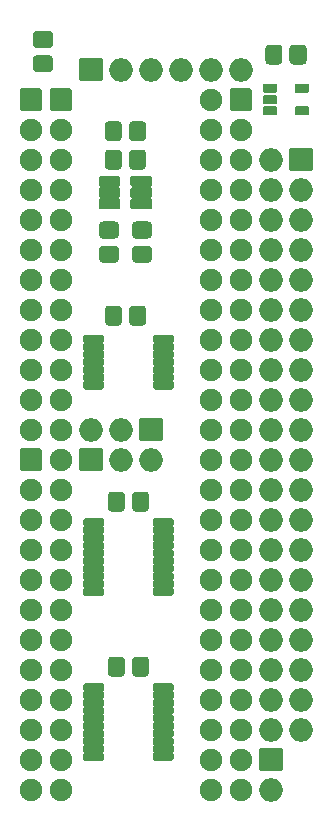
<source format=gbr>
G04 #@! TF.GenerationSoftware,KiCad,Pcbnew,(5.1.9)-1*
G04 #@! TF.CreationDate,2021-03-21T08:29:29+00:00*
G04 #@! TF.ProjectId,RGBtoHDMI Amiga Denise - v2++ by solarmon,52474274-6f48-4444-9d49-20416d696761,v2++*
G04 #@! TF.SameCoordinates,Original*
G04 #@! TF.FileFunction,Soldermask,Top*
G04 #@! TF.FilePolarity,Negative*
%FSLAX46Y46*%
G04 Gerber Fmt 4.6, Leading zero omitted, Abs format (unit mm)*
G04 Created by KiCad (PCBNEW (5.1.9)-1) date 2021-03-21 08:29:29*
%MOMM*%
%LPD*%
G01*
G04 APERTURE LIST*
%ADD10O,1.900000X1.900000*%
%ADD11O,2.000000X2.000000*%
G04 APERTURE END LIST*
D10*
X134620000Y-119380000D03*
X134620000Y-116840000D03*
X134620000Y-114300000D03*
X134620000Y-111760000D03*
X134620000Y-109220000D03*
X134620000Y-106680000D03*
X134620000Y-104140000D03*
X134620000Y-101600000D03*
X134620000Y-99060000D03*
X134620000Y-96520000D03*
X134620000Y-93980000D03*
X134620000Y-91440000D03*
X134620000Y-88900000D03*
X134620000Y-86360000D03*
X134620000Y-83820000D03*
X134620000Y-81280000D03*
X134620000Y-78740000D03*
X134620000Y-76200000D03*
X134620000Y-73660000D03*
X134620000Y-71120000D03*
X134620000Y-68580000D03*
X134620000Y-66040000D03*
X134620000Y-63500000D03*
G36*
G01*
X135570000Y-60160000D02*
X135570000Y-61760000D01*
G75*
G02*
X135420000Y-61910000I-150000J0D01*
G01*
X133820000Y-61910000D01*
G75*
G02*
X133670000Y-61760000I0J150000D01*
G01*
X133670000Y-60160000D01*
G75*
G02*
X133820000Y-60010000I150000J0D01*
G01*
X135420000Y-60010000D01*
G75*
G02*
X135570000Y-60160000I0J-150000D01*
G01*
G37*
X119380000Y-119380000D03*
X119380000Y-116840000D03*
X119380000Y-114300000D03*
X119380000Y-111760000D03*
X119380000Y-109220000D03*
X119380000Y-106680000D03*
X119380000Y-104140000D03*
X119380000Y-101600000D03*
X119380000Y-99060000D03*
X119380000Y-96520000D03*
X119380000Y-93980000D03*
X119380000Y-91440000D03*
X119380000Y-88900000D03*
X119380000Y-86360000D03*
X119380000Y-83820000D03*
X119380000Y-81280000D03*
X119380000Y-78740000D03*
X119380000Y-76200000D03*
X119380000Y-73660000D03*
X119380000Y-71120000D03*
X119380000Y-68580000D03*
X119380000Y-66040000D03*
X119380000Y-63500000D03*
G36*
G01*
X120330000Y-60160000D02*
X120330000Y-61760000D01*
G75*
G02*
X120180000Y-61910000I-150000J0D01*
G01*
X118580000Y-61910000D01*
G75*
G02*
X118430000Y-61760000I0J150000D01*
G01*
X118430000Y-60160000D01*
G75*
G02*
X118580000Y-60010000I150000J0D01*
G01*
X120180000Y-60010000D01*
G75*
G02*
X120330000Y-60160000I0J-150000D01*
G01*
G37*
D11*
X134620000Y-58420000D03*
X132080000Y-58420000D03*
X129540000Y-58420000D03*
X127000000Y-58420000D03*
X124460000Y-58420000D03*
G36*
G01*
X122770000Y-59420000D02*
X121070000Y-59420000D01*
G75*
G02*
X120920000Y-59270000I0J150000D01*
G01*
X120920000Y-57570000D01*
G75*
G02*
X121070000Y-57420000I150000J0D01*
G01*
X122770000Y-57420000D01*
G75*
G02*
X122920000Y-57570000I0J-150000D01*
G01*
X122920000Y-59270000D01*
G75*
G02*
X122770000Y-59420000I-150000J0D01*
G01*
G37*
G36*
G01*
X139255000Y-59640000D02*
X140305000Y-59640000D01*
G75*
G02*
X140375000Y-59710000I0J-70000D01*
G01*
X140375000Y-60310000D01*
G75*
G02*
X140305000Y-60380000I-70000J0D01*
G01*
X139255000Y-60380000D01*
G75*
G02*
X139185000Y-60310000I0J70000D01*
G01*
X139185000Y-59710000D01*
G75*
G02*
X139255000Y-59640000I70000J0D01*
G01*
G37*
G36*
G01*
X139255000Y-61540000D02*
X140305000Y-61540000D01*
G75*
G02*
X140375000Y-61610000I0J-70000D01*
G01*
X140375000Y-62210000D01*
G75*
G02*
X140305000Y-62280000I-70000J0D01*
G01*
X139255000Y-62280000D01*
G75*
G02*
X139185000Y-62210000I0J70000D01*
G01*
X139185000Y-61610000D01*
G75*
G02*
X139255000Y-61540000I70000J0D01*
G01*
G37*
G36*
G01*
X136555000Y-61540000D02*
X137605000Y-61540000D01*
G75*
G02*
X137675000Y-61610000I0J-70000D01*
G01*
X137675000Y-62210000D01*
G75*
G02*
X137605000Y-62280000I-70000J0D01*
G01*
X136555000Y-62280000D01*
G75*
G02*
X136485000Y-62210000I0J70000D01*
G01*
X136485000Y-61610000D01*
G75*
G02*
X136555000Y-61540000I70000J0D01*
G01*
G37*
G36*
G01*
X136555000Y-60590000D02*
X137605000Y-60590000D01*
G75*
G02*
X137675000Y-60660000I0J-70000D01*
G01*
X137675000Y-61260000D01*
G75*
G02*
X137605000Y-61330000I-70000J0D01*
G01*
X136555000Y-61330000D01*
G75*
G02*
X136485000Y-61260000I0J70000D01*
G01*
X136485000Y-60660000D01*
G75*
G02*
X136555000Y-60590000I70000J0D01*
G01*
G37*
G36*
G01*
X136555000Y-59640000D02*
X137605000Y-59640000D01*
G75*
G02*
X137675000Y-59710000I0J-70000D01*
G01*
X137675000Y-60310000D01*
G75*
G02*
X137605000Y-60380000I-70000J0D01*
G01*
X136555000Y-60380000D01*
G75*
G02*
X136485000Y-60310000I0J70000D01*
G01*
X136485000Y-59710000D01*
G75*
G02*
X136555000Y-59640000I70000J0D01*
G01*
G37*
G36*
G01*
X118390784Y-56596000D02*
X117321216Y-56596000D01*
G75*
G02*
X117006000Y-56280784I0J315216D01*
G01*
X117006000Y-55461216D01*
G75*
G02*
X117321216Y-55146000I315216J0D01*
G01*
X118390784Y-55146000D01*
G75*
G02*
X118706000Y-55461216I0J-315216D01*
G01*
X118706000Y-56280784D01*
G75*
G02*
X118390784Y-56596000I-315216J0D01*
G01*
G37*
G36*
G01*
X118390784Y-58646000D02*
X117321216Y-58646000D01*
G75*
G02*
X117006000Y-58330784I0J315216D01*
G01*
X117006000Y-57511216D01*
G75*
G02*
X117321216Y-57196000I315216J0D01*
G01*
X118390784Y-57196000D01*
G75*
G02*
X118706000Y-57511216I0J-315216D01*
G01*
X118706000Y-58330784D01*
G75*
G02*
X118390784Y-58646000I-315216J0D01*
G01*
G37*
G36*
G01*
X138130000Y-56615216D02*
X138130000Y-57684784D01*
G75*
G02*
X137814784Y-58000000I-315216J0D01*
G01*
X136995216Y-58000000D01*
G75*
G02*
X136680000Y-57684784I0J315216D01*
G01*
X136680000Y-56615216D01*
G75*
G02*
X136995216Y-56300000I315216J0D01*
G01*
X137814784Y-56300000D01*
G75*
G02*
X138130000Y-56615216I0J-315216D01*
G01*
G37*
G36*
G01*
X140180000Y-56615216D02*
X140180000Y-57684784D01*
G75*
G02*
X139864784Y-58000000I-315216J0D01*
G01*
X139045216Y-58000000D01*
G75*
G02*
X138730000Y-57684784I0J315216D01*
G01*
X138730000Y-56615216D01*
G75*
G02*
X139045216Y-56300000I315216J0D01*
G01*
X139864784Y-56300000D01*
G75*
G02*
X140180000Y-56615216I0J-315216D01*
G01*
G37*
G36*
G01*
X123978784Y-72725000D02*
X122909216Y-72725000D01*
G75*
G02*
X122594000Y-72409784I0J315216D01*
G01*
X122594000Y-71590216D01*
G75*
G02*
X122909216Y-71275000I315216J0D01*
G01*
X123978784Y-71275000D01*
G75*
G02*
X124294000Y-71590216I0J-315216D01*
G01*
X124294000Y-72409784D01*
G75*
G02*
X123978784Y-72725000I-315216J0D01*
G01*
G37*
G36*
G01*
X123978784Y-74775000D02*
X122909216Y-74775000D01*
G75*
G02*
X122594000Y-74459784I0J315216D01*
G01*
X122594000Y-73640216D01*
G75*
G02*
X122909216Y-73325000I315216J0D01*
G01*
X123978784Y-73325000D01*
G75*
G02*
X124294000Y-73640216I0J-315216D01*
G01*
X124294000Y-74459784D01*
G75*
G02*
X123978784Y-74775000I-315216J0D01*
G01*
G37*
G36*
G01*
X125141000Y-66574784D02*
X125141000Y-65505216D01*
G75*
G02*
X125456216Y-65190000I315216J0D01*
G01*
X126275784Y-65190000D01*
G75*
G02*
X126591000Y-65505216I0J-315216D01*
G01*
X126591000Y-66574784D01*
G75*
G02*
X126275784Y-66890000I-315216J0D01*
G01*
X125456216Y-66890000D01*
G75*
G02*
X125141000Y-66574784I0J315216D01*
G01*
G37*
G36*
G01*
X123091000Y-66574784D02*
X123091000Y-65505216D01*
G75*
G02*
X123406216Y-65190000I315216J0D01*
G01*
X124225784Y-65190000D01*
G75*
G02*
X124541000Y-65505216I0J-315216D01*
G01*
X124541000Y-66574784D01*
G75*
G02*
X124225784Y-66890000I-315216J0D01*
G01*
X123406216Y-66890000D01*
G75*
G02*
X123091000Y-66574784I0J315216D01*
G01*
G37*
G36*
G01*
X124421000Y-68509000D02*
X124421000Y-69159000D01*
G75*
G02*
X124271000Y-69309000I-150000J0D01*
G01*
X122711000Y-69309000D01*
G75*
G02*
X122561000Y-69159000I0J150000D01*
G01*
X122561000Y-68509000D01*
G75*
G02*
X122711000Y-68359000I150000J0D01*
G01*
X124271000Y-68359000D01*
G75*
G02*
X124421000Y-68509000I0J-150000D01*
G01*
G37*
G36*
G01*
X124421000Y-69459000D02*
X124421000Y-70109000D01*
G75*
G02*
X124271000Y-70259000I-150000J0D01*
G01*
X122711000Y-70259000D01*
G75*
G02*
X122561000Y-70109000I0J150000D01*
G01*
X122561000Y-69459000D01*
G75*
G02*
X122711000Y-69309000I150000J0D01*
G01*
X124271000Y-69309000D01*
G75*
G02*
X124421000Y-69459000I0J-150000D01*
G01*
G37*
G36*
G01*
X124421000Y-67559000D02*
X124421000Y-68209000D01*
G75*
G02*
X124271000Y-68359000I-150000J0D01*
G01*
X122711000Y-68359000D01*
G75*
G02*
X122561000Y-68209000I0J150000D01*
G01*
X122561000Y-67559000D01*
G75*
G02*
X122711000Y-67409000I150000J0D01*
G01*
X124271000Y-67409000D01*
G75*
G02*
X124421000Y-67559000I0J-150000D01*
G01*
G37*
G36*
G01*
X127121000Y-67559000D02*
X127121000Y-68209000D01*
G75*
G02*
X126971000Y-68359000I-150000J0D01*
G01*
X125411000Y-68359000D01*
G75*
G02*
X125261000Y-68209000I0J150000D01*
G01*
X125261000Y-67559000D01*
G75*
G02*
X125411000Y-67409000I150000J0D01*
G01*
X126971000Y-67409000D01*
G75*
G02*
X127121000Y-67559000I0J-150000D01*
G01*
G37*
G36*
G01*
X127121000Y-68509000D02*
X127121000Y-69159000D01*
G75*
G02*
X126971000Y-69309000I-150000J0D01*
G01*
X125411000Y-69309000D01*
G75*
G02*
X125261000Y-69159000I0J150000D01*
G01*
X125261000Y-68509000D01*
G75*
G02*
X125411000Y-68359000I150000J0D01*
G01*
X126971000Y-68359000D01*
G75*
G02*
X127121000Y-68509000I0J-150000D01*
G01*
G37*
G36*
G01*
X127121000Y-69459000D02*
X127121000Y-70109000D01*
G75*
G02*
X126971000Y-70259000I-150000J0D01*
G01*
X125411000Y-70259000D01*
G75*
G02*
X125261000Y-70109000I0J150000D01*
G01*
X125261000Y-69459000D01*
G75*
G02*
X125411000Y-69309000I150000J0D01*
G01*
X126971000Y-69309000D01*
G75*
G02*
X127121000Y-69459000I0J-150000D01*
G01*
G37*
X121920000Y-88900000D03*
X124460000Y-88900000D03*
G36*
G01*
X127850000Y-89900000D02*
X126150000Y-89900000D01*
G75*
G02*
X126000000Y-89750000I0J150000D01*
G01*
X126000000Y-88050000D01*
G75*
G02*
X126150000Y-87900000I150000J0D01*
G01*
X127850000Y-87900000D01*
G75*
G02*
X128000000Y-88050000I0J-150000D01*
G01*
X128000000Y-89750000D01*
G75*
G02*
X127850000Y-89900000I-150000J0D01*
G01*
G37*
G36*
G01*
X124795000Y-108431216D02*
X124795000Y-109500784D01*
G75*
G02*
X124479784Y-109816000I-315216J0D01*
G01*
X123660216Y-109816000D01*
G75*
G02*
X123345000Y-109500784I0J315216D01*
G01*
X123345000Y-108431216D01*
G75*
G02*
X123660216Y-108116000I315216J0D01*
G01*
X124479784Y-108116000D01*
G75*
G02*
X124795000Y-108431216I0J-315216D01*
G01*
G37*
G36*
G01*
X126845000Y-108431216D02*
X126845000Y-109500784D01*
G75*
G02*
X126529784Y-109816000I-315216J0D01*
G01*
X125710216Y-109816000D01*
G75*
G02*
X125395000Y-109500784I0J315216D01*
G01*
X125395000Y-108431216D01*
G75*
G02*
X125710216Y-108116000I315216J0D01*
G01*
X126529784Y-108116000D01*
G75*
G02*
X126845000Y-108431216I0J-315216D01*
G01*
G37*
G36*
G01*
X124795000Y-94461216D02*
X124795000Y-95530784D01*
G75*
G02*
X124479784Y-95846000I-315216J0D01*
G01*
X123660216Y-95846000D01*
G75*
G02*
X123345000Y-95530784I0J315216D01*
G01*
X123345000Y-94461216D01*
G75*
G02*
X123660216Y-94146000I315216J0D01*
G01*
X124479784Y-94146000D01*
G75*
G02*
X124795000Y-94461216I0J-315216D01*
G01*
G37*
G36*
G01*
X126845000Y-94461216D02*
X126845000Y-95530784D01*
G75*
G02*
X126529784Y-95846000I-315216J0D01*
G01*
X125710216Y-95846000D01*
G75*
G02*
X125395000Y-95530784I0J315216D01*
G01*
X125395000Y-94461216D01*
G75*
G02*
X125710216Y-94146000I315216J0D01*
G01*
X126529784Y-94146000D01*
G75*
G02*
X126845000Y-94461216I0J-315216D01*
G01*
G37*
G36*
G01*
X124550000Y-78713216D02*
X124550000Y-79782784D01*
G75*
G02*
X124234784Y-80098000I-315216J0D01*
G01*
X123415216Y-80098000D01*
G75*
G02*
X123100000Y-79782784I0J315216D01*
G01*
X123100000Y-78713216D01*
G75*
G02*
X123415216Y-78398000I315216J0D01*
G01*
X124234784Y-78398000D01*
G75*
G02*
X124550000Y-78713216I0J-315216D01*
G01*
G37*
G36*
G01*
X126600000Y-78713216D02*
X126600000Y-79782784D01*
G75*
G02*
X126284784Y-80098000I-315216J0D01*
G01*
X125465216Y-80098000D01*
G75*
G02*
X125150000Y-79782784I0J315216D01*
G01*
X125150000Y-78713216D01*
G75*
G02*
X125465216Y-78398000I315216J0D01*
G01*
X126284784Y-78398000D01*
G75*
G02*
X126600000Y-78713216I0J-315216D01*
G01*
G37*
G36*
G01*
X121270000Y-81460000D02*
X121270000Y-81010000D01*
G75*
G02*
X121420000Y-80860000I150000J0D01*
G01*
X122870000Y-80860000D01*
G75*
G02*
X123020000Y-81010000I0J-150000D01*
G01*
X123020000Y-81460000D01*
G75*
G02*
X122870000Y-81610000I-150000J0D01*
G01*
X121420000Y-81610000D01*
G75*
G02*
X121270000Y-81460000I0J150000D01*
G01*
G37*
G36*
G01*
X121270000Y-82110000D02*
X121270000Y-81660000D01*
G75*
G02*
X121420000Y-81510000I150000J0D01*
G01*
X122870000Y-81510000D01*
G75*
G02*
X123020000Y-81660000I0J-150000D01*
G01*
X123020000Y-82110000D01*
G75*
G02*
X122870000Y-82260000I-150000J0D01*
G01*
X121420000Y-82260000D01*
G75*
G02*
X121270000Y-82110000I0J150000D01*
G01*
G37*
G36*
G01*
X121270000Y-82760000D02*
X121270000Y-82310000D01*
G75*
G02*
X121420000Y-82160000I150000J0D01*
G01*
X122870000Y-82160000D01*
G75*
G02*
X123020000Y-82310000I0J-150000D01*
G01*
X123020000Y-82760000D01*
G75*
G02*
X122870000Y-82910000I-150000J0D01*
G01*
X121420000Y-82910000D01*
G75*
G02*
X121270000Y-82760000I0J150000D01*
G01*
G37*
G36*
G01*
X121270000Y-83410000D02*
X121270000Y-82960000D01*
G75*
G02*
X121420000Y-82810000I150000J0D01*
G01*
X122870000Y-82810000D01*
G75*
G02*
X123020000Y-82960000I0J-150000D01*
G01*
X123020000Y-83410000D01*
G75*
G02*
X122870000Y-83560000I-150000J0D01*
G01*
X121420000Y-83560000D01*
G75*
G02*
X121270000Y-83410000I0J150000D01*
G01*
G37*
G36*
G01*
X121270000Y-84060000D02*
X121270000Y-83610000D01*
G75*
G02*
X121420000Y-83460000I150000J0D01*
G01*
X122870000Y-83460000D01*
G75*
G02*
X123020000Y-83610000I0J-150000D01*
G01*
X123020000Y-84060000D01*
G75*
G02*
X122870000Y-84210000I-150000J0D01*
G01*
X121420000Y-84210000D01*
G75*
G02*
X121270000Y-84060000I0J150000D01*
G01*
G37*
G36*
G01*
X121270000Y-84710000D02*
X121270000Y-84260000D01*
G75*
G02*
X121420000Y-84110000I150000J0D01*
G01*
X122870000Y-84110000D01*
G75*
G02*
X123020000Y-84260000I0J-150000D01*
G01*
X123020000Y-84710000D01*
G75*
G02*
X122870000Y-84860000I-150000J0D01*
G01*
X121420000Y-84860000D01*
G75*
G02*
X121270000Y-84710000I0J150000D01*
G01*
G37*
G36*
G01*
X121270000Y-85360000D02*
X121270000Y-84910000D01*
G75*
G02*
X121420000Y-84760000I150000J0D01*
G01*
X122870000Y-84760000D01*
G75*
G02*
X123020000Y-84910000I0J-150000D01*
G01*
X123020000Y-85360000D01*
G75*
G02*
X122870000Y-85510000I-150000J0D01*
G01*
X121420000Y-85510000D01*
G75*
G02*
X121270000Y-85360000I0J150000D01*
G01*
G37*
G36*
G01*
X127170000Y-85360000D02*
X127170000Y-84910000D01*
G75*
G02*
X127320000Y-84760000I150000J0D01*
G01*
X128770000Y-84760000D01*
G75*
G02*
X128920000Y-84910000I0J-150000D01*
G01*
X128920000Y-85360000D01*
G75*
G02*
X128770000Y-85510000I-150000J0D01*
G01*
X127320000Y-85510000D01*
G75*
G02*
X127170000Y-85360000I0J150000D01*
G01*
G37*
G36*
G01*
X127170000Y-84710000D02*
X127170000Y-84260000D01*
G75*
G02*
X127320000Y-84110000I150000J0D01*
G01*
X128770000Y-84110000D01*
G75*
G02*
X128920000Y-84260000I0J-150000D01*
G01*
X128920000Y-84710000D01*
G75*
G02*
X128770000Y-84860000I-150000J0D01*
G01*
X127320000Y-84860000D01*
G75*
G02*
X127170000Y-84710000I0J150000D01*
G01*
G37*
G36*
G01*
X127170000Y-84060000D02*
X127170000Y-83610000D01*
G75*
G02*
X127320000Y-83460000I150000J0D01*
G01*
X128770000Y-83460000D01*
G75*
G02*
X128920000Y-83610000I0J-150000D01*
G01*
X128920000Y-84060000D01*
G75*
G02*
X128770000Y-84210000I-150000J0D01*
G01*
X127320000Y-84210000D01*
G75*
G02*
X127170000Y-84060000I0J150000D01*
G01*
G37*
G36*
G01*
X127170000Y-83410000D02*
X127170000Y-82960000D01*
G75*
G02*
X127320000Y-82810000I150000J0D01*
G01*
X128770000Y-82810000D01*
G75*
G02*
X128920000Y-82960000I0J-150000D01*
G01*
X128920000Y-83410000D01*
G75*
G02*
X128770000Y-83560000I-150000J0D01*
G01*
X127320000Y-83560000D01*
G75*
G02*
X127170000Y-83410000I0J150000D01*
G01*
G37*
G36*
G01*
X127170000Y-82760000D02*
X127170000Y-82310000D01*
G75*
G02*
X127320000Y-82160000I150000J0D01*
G01*
X128770000Y-82160000D01*
G75*
G02*
X128920000Y-82310000I0J-150000D01*
G01*
X128920000Y-82760000D01*
G75*
G02*
X128770000Y-82910000I-150000J0D01*
G01*
X127320000Y-82910000D01*
G75*
G02*
X127170000Y-82760000I0J150000D01*
G01*
G37*
G36*
G01*
X127170000Y-82110000D02*
X127170000Y-81660000D01*
G75*
G02*
X127320000Y-81510000I150000J0D01*
G01*
X128770000Y-81510000D01*
G75*
G02*
X128920000Y-81660000I0J-150000D01*
G01*
X128920000Y-82110000D01*
G75*
G02*
X128770000Y-82260000I-150000J0D01*
G01*
X127320000Y-82260000D01*
G75*
G02*
X127170000Y-82110000I0J150000D01*
G01*
G37*
G36*
G01*
X127170000Y-81460000D02*
X127170000Y-81010000D01*
G75*
G02*
X127320000Y-80860000I150000J0D01*
G01*
X128770000Y-80860000D01*
G75*
G02*
X128920000Y-81010000I0J-150000D01*
G01*
X128920000Y-81460000D01*
G75*
G02*
X128770000Y-81610000I-150000J0D01*
G01*
X127320000Y-81610000D01*
G75*
G02*
X127170000Y-81460000I0J150000D01*
G01*
G37*
G36*
G01*
X127170000Y-96995000D02*
X127170000Y-96545000D01*
G75*
G02*
X127320000Y-96395000I150000J0D01*
G01*
X128770000Y-96395000D01*
G75*
G02*
X128920000Y-96545000I0J-150000D01*
G01*
X128920000Y-96995000D01*
G75*
G02*
X128770000Y-97145000I-150000J0D01*
G01*
X127320000Y-97145000D01*
G75*
G02*
X127170000Y-96995000I0J150000D01*
G01*
G37*
G36*
G01*
X127170000Y-97645000D02*
X127170000Y-97195000D01*
G75*
G02*
X127320000Y-97045000I150000J0D01*
G01*
X128770000Y-97045000D01*
G75*
G02*
X128920000Y-97195000I0J-150000D01*
G01*
X128920000Y-97645000D01*
G75*
G02*
X128770000Y-97795000I-150000J0D01*
G01*
X127320000Y-97795000D01*
G75*
G02*
X127170000Y-97645000I0J150000D01*
G01*
G37*
G36*
G01*
X127170000Y-98295000D02*
X127170000Y-97845000D01*
G75*
G02*
X127320000Y-97695000I150000J0D01*
G01*
X128770000Y-97695000D01*
G75*
G02*
X128920000Y-97845000I0J-150000D01*
G01*
X128920000Y-98295000D01*
G75*
G02*
X128770000Y-98445000I-150000J0D01*
G01*
X127320000Y-98445000D01*
G75*
G02*
X127170000Y-98295000I0J150000D01*
G01*
G37*
G36*
G01*
X127170000Y-98945000D02*
X127170000Y-98495000D01*
G75*
G02*
X127320000Y-98345000I150000J0D01*
G01*
X128770000Y-98345000D01*
G75*
G02*
X128920000Y-98495000I0J-150000D01*
G01*
X128920000Y-98945000D01*
G75*
G02*
X128770000Y-99095000I-150000J0D01*
G01*
X127320000Y-99095000D01*
G75*
G02*
X127170000Y-98945000I0J150000D01*
G01*
G37*
G36*
G01*
X127170000Y-99595000D02*
X127170000Y-99145000D01*
G75*
G02*
X127320000Y-98995000I150000J0D01*
G01*
X128770000Y-98995000D01*
G75*
G02*
X128920000Y-99145000I0J-150000D01*
G01*
X128920000Y-99595000D01*
G75*
G02*
X128770000Y-99745000I-150000J0D01*
G01*
X127320000Y-99745000D01*
G75*
G02*
X127170000Y-99595000I0J150000D01*
G01*
G37*
G36*
G01*
X127170000Y-100245000D02*
X127170000Y-99795000D01*
G75*
G02*
X127320000Y-99645000I150000J0D01*
G01*
X128770000Y-99645000D01*
G75*
G02*
X128920000Y-99795000I0J-150000D01*
G01*
X128920000Y-100245000D01*
G75*
G02*
X128770000Y-100395000I-150000J0D01*
G01*
X127320000Y-100395000D01*
G75*
G02*
X127170000Y-100245000I0J150000D01*
G01*
G37*
G36*
G01*
X127170000Y-100895000D02*
X127170000Y-100445000D01*
G75*
G02*
X127320000Y-100295000I150000J0D01*
G01*
X128770000Y-100295000D01*
G75*
G02*
X128920000Y-100445000I0J-150000D01*
G01*
X128920000Y-100895000D01*
G75*
G02*
X128770000Y-101045000I-150000J0D01*
G01*
X127320000Y-101045000D01*
G75*
G02*
X127170000Y-100895000I0J150000D01*
G01*
G37*
G36*
G01*
X127170000Y-101545000D02*
X127170000Y-101095000D01*
G75*
G02*
X127320000Y-100945000I150000J0D01*
G01*
X128770000Y-100945000D01*
G75*
G02*
X128920000Y-101095000I0J-150000D01*
G01*
X128920000Y-101545000D01*
G75*
G02*
X128770000Y-101695000I-150000J0D01*
G01*
X127320000Y-101695000D01*
G75*
G02*
X127170000Y-101545000I0J150000D01*
G01*
G37*
G36*
G01*
X127170000Y-102195000D02*
X127170000Y-101745000D01*
G75*
G02*
X127320000Y-101595000I150000J0D01*
G01*
X128770000Y-101595000D01*
G75*
G02*
X128920000Y-101745000I0J-150000D01*
G01*
X128920000Y-102195000D01*
G75*
G02*
X128770000Y-102345000I-150000J0D01*
G01*
X127320000Y-102345000D01*
G75*
G02*
X127170000Y-102195000I0J150000D01*
G01*
G37*
G36*
G01*
X127170000Y-102845000D02*
X127170000Y-102395000D01*
G75*
G02*
X127320000Y-102245000I150000J0D01*
G01*
X128770000Y-102245000D01*
G75*
G02*
X128920000Y-102395000I0J-150000D01*
G01*
X128920000Y-102845000D01*
G75*
G02*
X128770000Y-102995000I-150000J0D01*
G01*
X127320000Y-102995000D01*
G75*
G02*
X127170000Y-102845000I0J150000D01*
G01*
G37*
G36*
G01*
X121270000Y-102845000D02*
X121270000Y-102395000D01*
G75*
G02*
X121420000Y-102245000I150000J0D01*
G01*
X122870000Y-102245000D01*
G75*
G02*
X123020000Y-102395000I0J-150000D01*
G01*
X123020000Y-102845000D01*
G75*
G02*
X122870000Y-102995000I-150000J0D01*
G01*
X121420000Y-102995000D01*
G75*
G02*
X121270000Y-102845000I0J150000D01*
G01*
G37*
G36*
G01*
X121270000Y-102195000D02*
X121270000Y-101745000D01*
G75*
G02*
X121420000Y-101595000I150000J0D01*
G01*
X122870000Y-101595000D01*
G75*
G02*
X123020000Y-101745000I0J-150000D01*
G01*
X123020000Y-102195000D01*
G75*
G02*
X122870000Y-102345000I-150000J0D01*
G01*
X121420000Y-102345000D01*
G75*
G02*
X121270000Y-102195000I0J150000D01*
G01*
G37*
G36*
G01*
X121270000Y-101545000D02*
X121270000Y-101095000D01*
G75*
G02*
X121420000Y-100945000I150000J0D01*
G01*
X122870000Y-100945000D01*
G75*
G02*
X123020000Y-101095000I0J-150000D01*
G01*
X123020000Y-101545000D01*
G75*
G02*
X122870000Y-101695000I-150000J0D01*
G01*
X121420000Y-101695000D01*
G75*
G02*
X121270000Y-101545000I0J150000D01*
G01*
G37*
G36*
G01*
X121270000Y-100895000D02*
X121270000Y-100445000D01*
G75*
G02*
X121420000Y-100295000I150000J0D01*
G01*
X122870000Y-100295000D01*
G75*
G02*
X123020000Y-100445000I0J-150000D01*
G01*
X123020000Y-100895000D01*
G75*
G02*
X122870000Y-101045000I-150000J0D01*
G01*
X121420000Y-101045000D01*
G75*
G02*
X121270000Y-100895000I0J150000D01*
G01*
G37*
G36*
G01*
X121270000Y-100245000D02*
X121270000Y-99795000D01*
G75*
G02*
X121420000Y-99645000I150000J0D01*
G01*
X122870000Y-99645000D01*
G75*
G02*
X123020000Y-99795000I0J-150000D01*
G01*
X123020000Y-100245000D01*
G75*
G02*
X122870000Y-100395000I-150000J0D01*
G01*
X121420000Y-100395000D01*
G75*
G02*
X121270000Y-100245000I0J150000D01*
G01*
G37*
G36*
G01*
X121270000Y-99595000D02*
X121270000Y-99145000D01*
G75*
G02*
X121420000Y-98995000I150000J0D01*
G01*
X122870000Y-98995000D01*
G75*
G02*
X123020000Y-99145000I0J-150000D01*
G01*
X123020000Y-99595000D01*
G75*
G02*
X122870000Y-99745000I-150000J0D01*
G01*
X121420000Y-99745000D01*
G75*
G02*
X121270000Y-99595000I0J150000D01*
G01*
G37*
G36*
G01*
X121270000Y-98945000D02*
X121270000Y-98495000D01*
G75*
G02*
X121420000Y-98345000I150000J0D01*
G01*
X122870000Y-98345000D01*
G75*
G02*
X123020000Y-98495000I0J-150000D01*
G01*
X123020000Y-98945000D01*
G75*
G02*
X122870000Y-99095000I-150000J0D01*
G01*
X121420000Y-99095000D01*
G75*
G02*
X121270000Y-98945000I0J150000D01*
G01*
G37*
G36*
G01*
X121270000Y-98295000D02*
X121270000Y-97845000D01*
G75*
G02*
X121420000Y-97695000I150000J0D01*
G01*
X122870000Y-97695000D01*
G75*
G02*
X123020000Y-97845000I0J-150000D01*
G01*
X123020000Y-98295000D01*
G75*
G02*
X122870000Y-98445000I-150000J0D01*
G01*
X121420000Y-98445000D01*
G75*
G02*
X121270000Y-98295000I0J150000D01*
G01*
G37*
G36*
G01*
X121270000Y-97645000D02*
X121270000Y-97195000D01*
G75*
G02*
X121420000Y-97045000I150000J0D01*
G01*
X122870000Y-97045000D01*
G75*
G02*
X123020000Y-97195000I0J-150000D01*
G01*
X123020000Y-97645000D01*
G75*
G02*
X122870000Y-97795000I-150000J0D01*
G01*
X121420000Y-97795000D01*
G75*
G02*
X121270000Y-97645000I0J150000D01*
G01*
G37*
G36*
G01*
X121270000Y-96995000D02*
X121270000Y-96545000D01*
G75*
G02*
X121420000Y-96395000I150000J0D01*
G01*
X122870000Y-96395000D01*
G75*
G02*
X123020000Y-96545000I0J-150000D01*
G01*
X123020000Y-96995000D01*
G75*
G02*
X122870000Y-97145000I-150000J0D01*
G01*
X121420000Y-97145000D01*
G75*
G02*
X121270000Y-96995000I0J150000D01*
G01*
G37*
G36*
G01*
X121270000Y-110965000D02*
X121270000Y-110515000D01*
G75*
G02*
X121420000Y-110365000I150000J0D01*
G01*
X122870000Y-110365000D01*
G75*
G02*
X123020000Y-110515000I0J-150000D01*
G01*
X123020000Y-110965000D01*
G75*
G02*
X122870000Y-111115000I-150000J0D01*
G01*
X121420000Y-111115000D01*
G75*
G02*
X121270000Y-110965000I0J150000D01*
G01*
G37*
G36*
G01*
X121270000Y-111615000D02*
X121270000Y-111165000D01*
G75*
G02*
X121420000Y-111015000I150000J0D01*
G01*
X122870000Y-111015000D01*
G75*
G02*
X123020000Y-111165000I0J-150000D01*
G01*
X123020000Y-111615000D01*
G75*
G02*
X122870000Y-111765000I-150000J0D01*
G01*
X121420000Y-111765000D01*
G75*
G02*
X121270000Y-111615000I0J150000D01*
G01*
G37*
G36*
G01*
X121270000Y-112265000D02*
X121270000Y-111815000D01*
G75*
G02*
X121420000Y-111665000I150000J0D01*
G01*
X122870000Y-111665000D01*
G75*
G02*
X123020000Y-111815000I0J-150000D01*
G01*
X123020000Y-112265000D01*
G75*
G02*
X122870000Y-112415000I-150000J0D01*
G01*
X121420000Y-112415000D01*
G75*
G02*
X121270000Y-112265000I0J150000D01*
G01*
G37*
G36*
G01*
X121270000Y-112915000D02*
X121270000Y-112465000D01*
G75*
G02*
X121420000Y-112315000I150000J0D01*
G01*
X122870000Y-112315000D01*
G75*
G02*
X123020000Y-112465000I0J-150000D01*
G01*
X123020000Y-112915000D01*
G75*
G02*
X122870000Y-113065000I-150000J0D01*
G01*
X121420000Y-113065000D01*
G75*
G02*
X121270000Y-112915000I0J150000D01*
G01*
G37*
G36*
G01*
X121270000Y-113565000D02*
X121270000Y-113115000D01*
G75*
G02*
X121420000Y-112965000I150000J0D01*
G01*
X122870000Y-112965000D01*
G75*
G02*
X123020000Y-113115000I0J-150000D01*
G01*
X123020000Y-113565000D01*
G75*
G02*
X122870000Y-113715000I-150000J0D01*
G01*
X121420000Y-113715000D01*
G75*
G02*
X121270000Y-113565000I0J150000D01*
G01*
G37*
G36*
G01*
X121270000Y-114215000D02*
X121270000Y-113765000D01*
G75*
G02*
X121420000Y-113615000I150000J0D01*
G01*
X122870000Y-113615000D01*
G75*
G02*
X123020000Y-113765000I0J-150000D01*
G01*
X123020000Y-114215000D01*
G75*
G02*
X122870000Y-114365000I-150000J0D01*
G01*
X121420000Y-114365000D01*
G75*
G02*
X121270000Y-114215000I0J150000D01*
G01*
G37*
G36*
G01*
X121270000Y-114865000D02*
X121270000Y-114415000D01*
G75*
G02*
X121420000Y-114265000I150000J0D01*
G01*
X122870000Y-114265000D01*
G75*
G02*
X123020000Y-114415000I0J-150000D01*
G01*
X123020000Y-114865000D01*
G75*
G02*
X122870000Y-115015000I-150000J0D01*
G01*
X121420000Y-115015000D01*
G75*
G02*
X121270000Y-114865000I0J150000D01*
G01*
G37*
G36*
G01*
X121270000Y-115515000D02*
X121270000Y-115065000D01*
G75*
G02*
X121420000Y-114915000I150000J0D01*
G01*
X122870000Y-114915000D01*
G75*
G02*
X123020000Y-115065000I0J-150000D01*
G01*
X123020000Y-115515000D01*
G75*
G02*
X122870000Y-115665000I-150000J0D01*
G01*
X121420000Y-115665000D01*
G75*
G02*
X121270000Y-115515000I0J150000D01*
G01*
G37*
G36*
G01*
X121270000Y-116165000D02*
X121270000Y-115715000D01*
G75*
G02*
X121420000Y-115565000I150000J0D01*
G01*
X122870000Y-115565000D01*
G75*
G02*
X123020000Y-115715000I0J-150000D01*
G01*
X123020000Y-116165000D01*
G75*
G02*
X122870000Y-116315000I-150000J0D01*
G01*
X121420000Y-116315000D01*
G75*
G02*
X121270000Y-116165000I0J150000D01*
G01*
G37*
G36*
G01*
X121270000Y-116815000D02*
X121270000Y-116365000D01*
G75*
G02*
X121420000Y-116215000I150000J0D01*
G01*
X122870000Y-116215000D01*
G75*
G02*
X123020000Y-116365000I0J-150000D01*
G01*
X123020000Y-116815000D01*
G75*
G02*
X122870000Y-116965000I-150000J0D01*
G01*
X121420000Y-116965000D01*
G75*
G02*
X121270000Y-116815000I0J150000D01*
G01*
G37*
G36*
G01*
X127170000Y-116815000D02*
X127170000Y-116365000D01*
G75*
G02*
X127320000Y-116215000I150000J0D01*
G01*
X128770000Y-116215000D01*
G75*
G02*
X128920000Y-116365000I0J-150000D01*
G01*
X128920000Y-116815000D01*
G75*
G02*
X128770000Y-116965000I-150000J0D01*
G01*
X127320000Y-116965000D01*
G75*
G02*
X127170000Y-116815000I0J150000D01*
G01*
G37*
G36*
G01*
X127170000Y-116165000D02*
X127170000Y-115715000D01*
G75*
G02*
X127320000Y-115565000I150000J0D01*
G01*
X128770000Y-115565000D01*
G75*
G02*
X128920000Y-115715000I0J-150000D01*
G01*
X128920000Y-116165000D01*
G75*
G02*
X128770000Y-116315000I-150000J0D01*
G01*
X127320000Y-116315000D01*
G75*
G02*
X127170000Y-116165000I0J150000D01*
G01*
G37*
G36*
G01*
X127170000Y-115515000D02*
X127170000Y-115065000D01*
G75*
G02*
X127320000Y-114915000I150000J0D01*
G01*
X128770000Y-114915000D01*
G75*
G02*
X128920000Y-115065000I0J-150000D01*
G01*
X128920000Y-115515000D01*
G75*
G02*
X128770000Y-115665000I-150000J0D01*
G01*
X127320000Y-115665000D01*
G75*
G02*
X127170000Y-115515000I0J150000D01*
G01*
G37*
G36*
G01*
X127170000Y-114865000D02*
X127170000Y-114415000D01*
G75*
G02*
X127320000Y-114265000I150000J0D01*
G01*
X128770000Y-114265000D01*
G75*
G02*
X128920000Y-114415000I0J-150000D01*
G01*
X128920000Y-114865000D01*
G75*
G02*
X128770000Y-115015000I-150000J0D01*
G01*
X127320000Y-115015000D01*
G75*
G02*
X127170000Y-114865000I0J150000D01*
G01*
G37*
G36*
G01*
X127170000Y-114215000D02*
X127170000Y-113765000D01*
G75*
G02*
X127320000Y-113615000I150000J0D01*
G01*
X128770000Y-113615000D01*
G75*
G02*
X128920000Y-113765000I0J-150000D01*
G01*
X128920000Y-114215000D01*
G75*
G02*
X128770000Y-114365000I-150000J0D01*
G01*
X127320000Y-114365000D01*
G75*
G02*
X127170000Y-114215000I0J150000D01*
G01*
G37*
G36*
G01*
X127170000Y-113565000D02*
X127170000Y-113115000D01*
G75*
G02*
X127320000Y-112965000I150000J0D01*
G01*
X128770000Y-112965000D01*
G75*
G02*
X128920000Y-113115000I0J-150000D01*
G01*
X128920000Y-113565000D01*
G75*
G02*
X128770000Y-113715000I-150000J0D01*
G01*
X127320000Y-113715000D01*
G75*
G02*
X127170000Y-113565000I0J150000D01*
G01*
G37*
G36*
G01*
X127170000Y-112915000D02*
X127170000Y-112465000D01*
G75*
G02*
X127320000Y-112315000I150000J0D01*
G01*
X128770000Y-112315000D01*
G75*
G02*
X128920000Y-112465000I0J-150000D01*
G01*
X128920000Y-112915000D01*
G75*
G02*
X128770000Y-113065000I-150000J0D01*
G01*
X127320000Y-113065000D01*
G75*
G02*
X127170000Y-112915000I0J150000D01*
G01*
G37*
G36*
G01*
X127170000Y-112265000D02*
X127170000Y-111815000D01*
G75*
G02*
X127320000Y-111665000I150000J0D01*
G01*
X128770000Y-111665000D01*
G75*
G02*
X128920000Y-111815000I0J-150000D01*
G01*
X128920000Y-112265000D01*
G75*
G02*
X128770000Y-112415000I-150000J0D01*
G01*
X127320000Y-112415000D01*
G75*
G02*
X127170000Y-112265000I0J150000D01*
G01*
G37*
G36*
G01*
X127170000Y-111615000D02*
X127170000Y-111165000D01*
G75*
G02*
X127320000Y-111015000I150000J0D01*
G01*
X128770000Y-111015000D01*
G75*
G02*
X128920000Y-111165000I0J-150000D01*
G01*
X128920000Y-111615000D01*
G75*
G02*
X128770000Y-111765000I-150000J0D01*
G01*
X127320000Y-111765000D01*
G75*
G02*
X127170000Y-111615000I0J150000D01*
G01*
G37*
G36*
G01*
X127170000Y-110965000D02*
X127170000Y-110515000D01*
G75*
G02*
X127320000Y-110365000I150000J0D01*
G01*
X128770000Y-110365000D01*
G75*
G02*
X128920000Y-110515000I0J-150000D01*
G01*
X128920000Y-110965000D01*
G75*
G02*
X128770000Y-111115000I-150000J0D01*
G01*
X127320000Y-111115000D01*
G75*
G02*
X127170000Y-110965000I0J150000D01*
G01*
G37*
G36*
G01*
X138700000Y-66890000D02*
X138700000Y-65190000D01*
G75*
G02*
X138850000Y-65040000I150000J0D01*
G01*
X140550000Y-65040000D01*
G75*
G02*
X140700000Y-65190000I0J-150000D01*
G01*
X140700000Y-66890000D01*
G75*
G02*
X140550000Y-67040000I-150000J0D01*
G01*
X138850000Y-67040000D01*
G75*
G02*
X138700000Y-66890000I0J150000D01*
G01*
G37*
X137160000Y-66040000D03*
X139700000Y-68580000D03*
X137160000Y-68580000D03*
X139700000Y-71120000D03*
X137160000Y-71120000D03*
X139700000Y-73660000D03*
X137160000Y-73660000D03*
X139700000Y-76200000D03*
X137160000Y-76200000D03*
X139700000Y-78740000D03*
X137160000Y-78740000D03*
X139700000Y-81280000D03*
X137160000Y-81280000D03*
X139700000Y-83820000D03*
X137160000Y-83820000D03*
X139700000Y-86360000D03*
X137160000Y-86360000D03*
X139700000Y-88900000D03*
X137160000Y-88900000D03*
X139700000Y-91440000D03*
X137160000Y-91440000D03*
X139700000Y-93980000D03*
X137160000Y-93980000D03*
X139700000Y-96520000D03*
X137160000Y-96520000D03*
X139700000Y-99060000D03*
X137160000Y-99060000D03*
X139700000Y-101600000D03*
X137160000Y-101600000D03*
X139700000Y-104140000D03*
X137160000Y-104140000D03*
X139700000Y-106680000D03*
X137160000Y-106680000D03*
X139700000Y-109220000D03*
X137160000Y-109220000D03*
X139700000Y-111760000D03*
X137160000Y-111760000D03*
X139700000Y-114300000D03*
X137160000Y-114300000D03*
G36*
G01*
X123091000Y-64161784D02*
X123091000Y-63092216D01*
G75*
G02*
X123406216Y-62777000I315216J0D01*
G01*
X124225784Y-62777000D01*
G75*
G02*
X124541000Y-63092216I0J-315216D01*
G01*
X124541000Y-64161784D01*
G75*
G02*
X124225784Y-64477000I-315216J0D01*
G01*
X123406216Y-64477000D01*
G75*
G02*
X123091000Y-64161784I0J315216D01*
G01*
G37*
G36*
G01*
X125141000Y-64161784D02*
X125141000Y-63092216D01*
G75*
G02*
X125456216Y-62777000I315216J0D01*
G01*
X126275784Y-62777000D01*
G75*
G02*
X126591000Y-63092216I0J-315216D01*
G01*
X126591000Y-64161784D01*
G75*
G02*
X126275784Y-64477000I-315216J0D01*
G01*
X125456216Y-64477000D01*
G75*
G02*
X125141000Y-64161784I0J315216D01*
G01*
G37*
G36*
G01*
X125703216Y-71275000D02*
X126772784Y-71275000D01*
G75*
G02*
X127088000Y-71590216I0J-315216D01*
G01*
X127088000Y-72409784D01*
G75*
G02*
X126772784Y-72725000I-315216J0D01*
G01*
X125703216Y-72725000D01*
G75*
G02*
X125388000Y-72409784I0J315216D01*
G01*
X125388000Y-71590216D01*
G75*
G02*
X125703216Y-71275000I315216J0D01*
G01*
G37*
G36*
G01*
X125703216Y-73325000D02*
X126772784Y-73325000D01*
G75*
G02*
X127088000Y-73640216I0J-315216D01*
G01*
X127088000Y-74459784D01*
G75*
G02*
X126772784Y-74775000I-315216J0D01*
G01*
X125703216Y-74775000D01*
G75*
G02*
X125388000Y-74459784I0J315216D01*
G01*
X125388000Y-73640216D01*
G75*
G02*
X125703216Y-73325000I315216J0D01*
G01*
G37*
G36*
G01*
X115890000Y-61760000D02*
X115890000Y-60160000D01*
G75*
G02*
X116040000Y-60010000I150000J0D01*
G01*
X117640000Y-60010000D01*
G75*
G02*
X117790000Y-60160000I0J-150000D01*
G01*
X117790000Y-61760000D01*
G75*
G02*
X117640000Y-61910000I-150000J0D01*
G01*
X116040000Y-61910000D01*
G75*
G02*
X115890000Y-61760000I0J150000D01*
G01*
G37*
D10*
X132080000Y-88900000D03*
X116840000Y-63500000D03*
X132080000Y-86360000D03*
X116840000Y-66040000D03*
X132080000Y-83820000D03*
X116840000Y-68580000D03*
X132080000Y-81280000D03*
X116840000Y-71120000D03*
X132080000Y-78740000D03*
X116840000Y-73660000D03*
X132080000Y-76200000D03*
X116840000Y-76200000D03*
X132080000Y-73660000D03*
X116840000Y-78740000D03*
X132080000Y-71120000D03*
X116840000Y-81280000D03*
X132080000Y-68580000D03*
X116840000Y-83820000D03*
X132080000Y-66040000D03*
X116840000Y-86360000D03*
X132080000Y-63500000D03*
X116840000Y-88900000D03*
X132080000Y-60960000D03*
G36*
G01*
X115890000Y-92240000D02*
X115890000Y-90640000D01*
G75*
G02*
X116040000Y-90490000I150000J0D01*
G01*
X117640000Y-90490000D01*
G75*
G02*
X117790000Y-90640000I0J-150000D01*
G01*
X117790000Y-92240000D01*
G75*
G02*
X117640000Y-92390000I-150000J0D01*
G01*
X116040000Y-92390000D01*
G75*
G02*
X115890000Y-92240000I0J150000D01*
G01*
G37*
X132080000Y-119380000D03*
X116840000Y-93980000D03*
X132080000Y-116840000D03*
X116840000Y-96520000D03*
X132080000Y-114300000D03*
X116840000Y-99060000D03*
X132080000Y-111760000D03*
X116840000Y-101600000D03*
X132080000Y-109220000D03*
X116840000Y-104140000D03*
X132080000Y-106680000D03*
X116840000Y-106680000D03*
X132080000Y-104140000D03*
X116840000Y-109220000D03*
X132080000Y-101600000D03*
X116840000Y-111760000D03*
X132080000Y-99060000D03*
X116840000Y-114300000D03*
X132080000Y-96520000D03*
X116840000Y-116840000D03*
X132080000Y-93980000D03*
X116840000Y-119380000D03*
X132080000Y-91440000D03*
D11*
X137160000Y-119380000D03*
G36*
G01*
X136160000Y-117690000D02*
X136160000Y-115990000D01*
G75*
G02*
X136310000Y-115840000I150000J0D01*
G01*
X138010000Y-115840000D01*
G75*
G02*
X138160000Y-115990000I0J-150000D01*
G01*
X138160000Y-117690000D01*
G75*
G02*
X138010000Y-117840000I-150000J0D01*
G01*
X136310000Y-117840000D01*
G75*
G02*
X136160000Y-117690000I0J150000D01*
G01*
G37*
G36*
G01*
X121070000Y-90440000D02*
X122770000Y-90440000D01*
G75*
G02*
X122920000Y-90590000I0J-150000D01*
G01*
X122920000Y-92290000D01*
G75*
G02*
X122770000Y-92440000I-150000J0D01*
G01*
X121070000Y-92440000D01*
G75*
G02*
X120920000Y-92290000I0J150000D01*
G01*
X120920000Y-90590000D01*
G75*
G02*
X121070000Y-90440000I150000J0D01*
G01*
G37*
X124460000Y-91440000D03*
X127000000Y-91440000D03*
M02*

</source>
